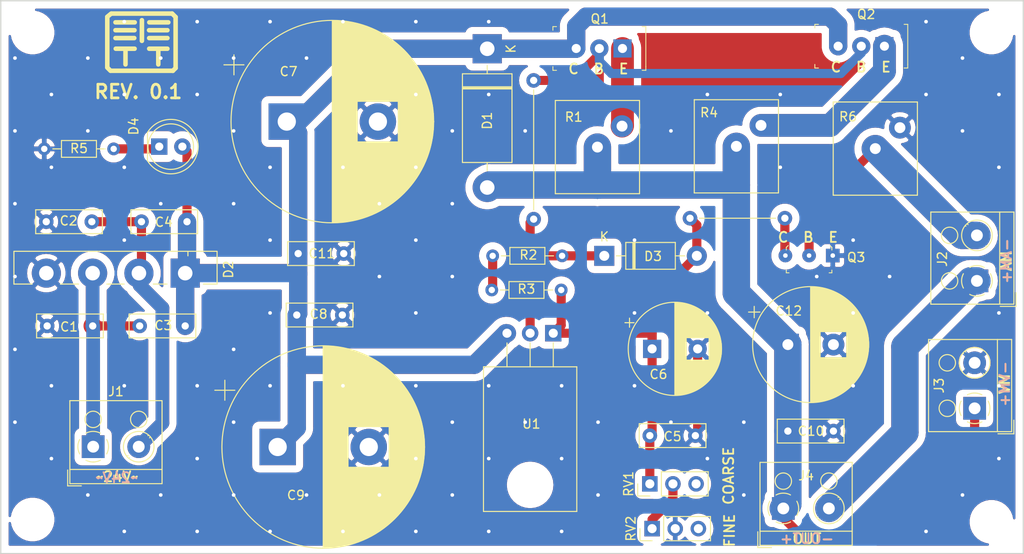
<source format=kicad_pcb>
(kicad_pcb (version 20171130) (host pcbnew 5.0.0-rc1-44a33f2~62~ubuntu16.04.1)
  (layers (0 F.Cu signal) (31 B.Cu signal) (34 B.Paste user) (35 F.Paste user) (36 B.SilkS user) (37 F.SilkS user) (38 B.Mask user) (39 F.Mask user) (44 Edge.Cuts user))
  (net 0 "")
  (net 1 GND)
  (net 2 "Net-(C1-Pad1)")
  (net 3 "Net-(C2-Pad2)")
  (net 4 /V_REG_IN)
  (net 5 "Net-(C5-Pad1)")
  (net 6 "Net-(C10-Pad1)")
  (net 7 "Net-(D3-Pad1)")
  (net 8 "Net-(D4-Pad1)")
  (net 9 "Net-(Q1-Pad1)")
  (net 10 "Net-(Q2-Pad1)")
  (net 11 "Net-(R2-Pad2)")
  (net 12 "Net-(RV1-Pad2)")
  (net 13 "Net-(J2-Pad1)")
  (net 14 "Net-(J2-Pad2)")
  (module Resistor_THT:R_Axial_DIN0207_L6.3mm_D2.5mm_P15.24mm_Horizontal (layer F.Cu) (at 178.4 90.4 180)
    (fp_text reference REF** hide)
    (fp_text value R_Axial_DIN0207_L6.3mm_D2.5mm_P15.24mm_Horizontal)
    (pad 1 thru_hole circle (at 4.826 0 180) (size 1.6 1.6) (drill 0.8) (layers *.Cu *.Mask) (net 5 "Net-(C5-Pad1)"))
    (pad 2 thru_hole oval (at 15.24 0 180) (size 1.6 1.6) (drill 0.8) (layers *.Cu *.Mask) (net 5 "Net-(C5-Pad1)"))
  )
  (module Resistor_THT:R_Axial_DIN0207_L6.3mm_D2.5mm_P15.24mm_Horizontal (layer F.Cu) (at 146 90.5 90)
    (fp_text reference REF** hide)
    (fp_text value R_Axial_DIN0207_L6.3mm_D2.5mm_P15.24mm_Horizontal)
    (pad 2 thru_hole oval (at 15.24 0 90) (size 1.6 1.6) (drill 0.8) (layers *.Cu *.Mask) (net 7 "Net-(D3-Pad1)"))
    (pad 1 thru_hole circle (at 0 0 90) (size 1.6 1.6) (drill 0.8) (layers *.Cu *.Mask) (net 7 "Net-(D3-Pad1)"))
  )
  (module Capacitor_THT:CP_Radial_D12.5mm_P5.00mm (layer F.Cu) (at 173.9025 104.2825)
    (fp_text reference C12 (at 0.1 -3.7) (layer F.SilkS))
    (fp_text value 1000u/50V)
    (pad 1 thru_hole rect (at 0 0) (size 2.4 2.4) (drill 1.2) (layers *.Cu *.Mask) (net 6 "Net-(C10-Pad1)"))
    (pad 2 thru_hole circle (at 5 0) (size 2.4 2.4) (drill 1.2) (layers *.Cu *.Mask) (net 1 GND))
  )
  (module digikey_footprints.pretty:TO-92-3_Formed_Leads (layer F.Cu) (at 177.5 94.5 180)
    (fp_text reference Q3 (at -3.9 -0.2 180) (layer F.SilkS))
    (fp_text value BC337)
    (pad 2 thru_hole circle (at 1.27 0 180) (size 1.5 1.5) (drill 0.5) (layers *.Cu *.Mask) (net 14 "Net-(J2-Pad2)"))
    (pad 3 thru_hole circle (at 3.87 0 180) (size 1.5 1.5) (drill 0.5) (layers *.Cu *.Mask) (net 5 "Net-(C5-Pad1)"))
    (pad 1 thru_hole rect (at -1.33 0 180) (size 1.5 1.5) (drill 0.5) (layers *.Cu *.Mask) (net 1 GND))
  )
  (module Capacitor_THT:CP_Radial_D22.0mm_P10.00mm_SnapIn (layer F.Cu) (at 118.9025 79.7825)
    (fp_text reference C7 (at 0.2 -5.5) (layer F.SilkS))
    (fp_text value 3300u/50V)
    (pad 2 thru_hole circle (at 10 0) (size 4 4) (drill 2) (layers *.Cu *.Mask) (net 1 GND))
    (pad 1 thru_hole rect (at 0 0) (size 4 4) (drill 2) (layers *.Cu *.Mask) (net 4 /V_REG_IN))
  )
  (module MountingHole:MountingHole_3.2mm_M3 (layer F.Cu) (at 196.25 123.75)
    (fp_text reference REF** hide)
    (fp_text value MountingHole_3.2mm_M3)
    (pad 1 np_thru_hole circle (at 0 0) (size 3.2 3.2) (drill 3.2) (layers *.Cu *.Mask))
  )
  (module MountingHole:MountingHole_3.2mm_M3 (layer F.Cu) (at 196.25 70)
    (fp_text reference REF** hide)
    (fp_text value MountingHole_3.2mm_M3)
    (pad 1 np_thru_hole circle (at 0 0) (size 3.2 3.2) (drill 3.2) (layers *.Cu *.Mask))
  )
  (module MountingHole:MountingHole_3.2mm_M3 (layer F.Cu) (at 91 70)
    (fp_text reference REF** hide)
    (fp_text value MountingHole_3.2mm_M3)
    (pad 1 np_thru_hole circle (at 0 0) (size 3.2 3.2) (drill 3.2) (layers *.Cu *.Mask))
  )
  (module Diode_THT:D_DO-41_SOD81_P10.16mm_Horizontal (layer F.Cu) (at 153.75 94.5325)
    (fp_text reference D3 (at 5.35 0.05) (layer F.SilkS))
    (fp_text value 1N4007)
    (fp_text user K (at 0 -2.1) (layer F.SilkS))
    (pad 2 thru_hole oval (at 10.16 0) (size 2.2 2.2) (drill 1.1) (layers *.Cu *.Mask) (net 5 "Net-(C5-Pad1)"))
    (pad 1 thru_hole rect (at 0 0) (size 2.2 2.2) (drill 1.1) (layers *.Cu *.Mask) (net 7 "Net-(D3-Pad1)"))
  )
  (module Capacitor_THT:C_Rect_L7.2mm_W2.5mm_P5.00mm_FKS2_FKP2_MKS2_MKP2 (layer F.Cu) (at 97.6025 102.2325 180)
    (fp_text reference C1 (at 2.6 -0.1 180) (layer F.SilkS))
    (fp_text value 0.1u/63V)
    (pad 2 thru_hole circle (at 5 0 180) (size 1.6 1.6) (drill 0.8) (layers *.Cu *.Mask) (net 1 GND))
    (pad 1 thru_hole circle (at 0 0 180) (size 1.6 1.6) (drill 0.8) (layers *.Cu *.Mask) (net 2 "Net-(C1-Pad1)"))
  )
  (module Capacitor_THT:C_Rect_L7.2mm_W2.5mm_P5.00mm_FKS2_FKP2_MKS2_MKP2 (layer F.Cu) (at 92.5025 90.7825)
    (fp_text reference C2 (at 2.45 -0.1) (layer F.SilkS))
    (fp_text value 0.1u/63V)
    (pad 1 thru_hole circle (at 0 0) (size 1.6 1.6) (drill 0.8) (layers *.Cu *.Mask) (net 1 GND))
    (pad 2 thru_hole circle (at 5 0) (size 1.6 1.6) (drill 0.8) (layers *.Cu *.Mask) (net 3 "Net-(C2-Pad2)"))
  )
  (module Capacitor_THT:C_Rect_L7.2mm_W2.5mm_P5.00mm_FKS2_FKP2_MKS2_MKP2 (layer F.Cu) (at 102.7525 102.2325)
    (fp_text reference C3 (at 2.6 -0.05) (layer F.SilkS))
    (fp_text value 0.1u/63V)
    (pad 1 thru_hole circle (at 0 0) (size 1.6 1.6) (drill 0.8) (layers *.Cu *.Mask) (net 2 "Net-(C1-Pad1)"))
    (pad 2 thru_hole circle (at 5 0) (size 1.6 1.6) (drill 0.8) (layers *.Cu *.Mask) (net 4 /V_REG_IN))
  )
  (module Capacitor_THT:C_Rect_L7.2mm_W2.5mm_P5.00mm_FKS2_FKP2_MKS2_MKP2 (layer F.Cu) (at 107.9525 90.7825 180)
    (fp_text reference C4 (at 2.55 -0.05 180) (layer F.SilkS))
    (fp_text value 0.1u/63V)
    (pad 2 thru_hole circle (at 5 0 180) (size 1.6 1.6) (drill 0.8) (layers *.Cu *.Mask) (net 3 "Net-(C2-Pad2)"))
    (pad 1 thru_hole circle (at 0 0 180) (size 1.6 1.6) (drill 0.8) (layers *.Cu *.Mask) (net 4 /V_REG_IN))
  )
  (module Capacitor_THT:C_Rect_L7.2mm_W2.5mm_P5.00mm_FKS2_FKP2_MKS2_MKP2 (layer F.Cu) (at 158.75 114.2825)
    (fp_text reference C5 (at 2.5 0.1) (layer F.SilkS))
    (fp_text value 0.1u/63V)
    (pad 1 thru_hole circle (at 0 0) (size 1.6 1.6) (drill 0.8) (layers *.Cu *.Mask) (net 5 "Net-(C5-Pad1)"))
    (pad 2 thru_hole circle (at 5 0) (size 1.6 1.6) (drill 0.8) (layers *.Cu *.Mask) (net 1 GND))
  )
  (module Capacitor_THT:CP_Radial_D10.0mm_P5.00mm (layer F.Cu) (at 159 104.75)
    (fp_text reference C6 (at 0.7 2.8) (layer F.SilkS))
    (fp_text value 150u/50V)
    (pad 1 thru_hole rect (at 0 0) (size 2 2) (drill 1) (layers *.Cu *.Mask) (net 5 "Net-(C5-Pad1)"))
    (pad 2 thru_hole circle (at 5 0) (size 2 2) (drill 1) (layers *.Cu *.Mask) (net 1 GND))
  )
  (module Capacitor_THT:C_Rect_L7.2mm_W2.5mm_P5.00mm_FKS2_FKP2_MKS2_MKP2 (layer F.Cu) (at 120 101.0325)
    (fp_text reference C8 (at 2.4 -0.1) (layer F.SilkS))
    (fp_text value 0.1u/63V)
    (pad 2 thru_hole circle (at 5 0) (size 1.6 1.6) (drill 0.8) (layers *.Cu *.Mask) (net 1 GND))
    (pad 1 thru_hole circle (at 0 0) (size 1.6 1.6) (drill 0.8) (layers *.Cu *.Mask) (net 4 /V_REG_IN))
  )
  (module Capacitor_THT:CP_Radial_D22.0mm_P10.00mm_SnapIn (layer F.Cu) (at 117.9025 115.5325)
    (fp_text reference C9 (at 2 5.3) (layer F.SilkS))
    (fp_text value 3300u/50V)
    (pad 1 thru_hole rect (at 0 0) (size 4 4) (drill 2) (layers *.Cu *.Mask) (net 4 /V_REG_IN))
    (pad 2 thru_hole circle (at 10 0) (size 4 4) (drill 2) (layers *.Cu *.Mask) (net 1 GND))
  )
  (module Capacitor_THT:C_Rect_L7.2mm_W2.5mm_P5.00mm_FKS2_FKP2_MKS2_MKP2 (layer F.Cu) (at 173.9025 113.7825)
    (fp_text reference C10 (at 2.534999 0.0025) (layer F.SilkS))
    (fp_text value 0.1u/63V)
    (pad 2 thru_hole circle (at 5 0) (size 1.6 1.6) (drill 0.8) (layers *.Cu *.Mask) (net 1 GND))
    (pad 1 thru_hole circle (at 0 0) (size 1.6 1.6) (drill 0.8) (layers *.Cu *.Mask) (net 6 "Net-(C10-Pad1)"))
  )
  (module Capacitor_THT:C_Rect_L7.2mm_W2.5mm_P5.00mm_FKS2_FKP2_MKS2_MKP2 (layer F.Cu) (at 120.1525 94.2825)
    (fp_text reference C11 (at 2.6 0) (layer F.SilkS))
    (fp_text value 0.1u/63V)
    (pad 1 thru_hole circle (at 0 0) (size 1.6 1.6) (drill 0.8) (layers *.Cu *.Mask) (net 4 /V_REG_IN))
    (pad 2 thru_hole circle (at 5 0) (size 1.6 1.6) (drill 0.8) (layers *.Cu *.Mask) (net 1 GND))
  )
  (module Diode_THT:D_DO-201AD_P15.24mm_Horizontal (layer F.Cu) (at 140.9025 71.7825 270)
    (fp_text reference D1 (at 7.9 0 270) (layer F.SilkS))
    (fp_text value MUR420)
    (fp_text user K (at 0 -2.6 270) (layer F.SilkS))
    (pad 1 thru_hole rect (at 0 0 270) (size 3.2 3.2) (drill 1.6) (layers *.Cu *.Mask) (net 4 /V_REG_IN))
    (pad 2 thru_hole oval (at 15.24 0 270) (size 3.2 3.2) (drill 1.6) (layers *.Cu *.Mask) (net 6 "Net-(C10-Pad1)"))
  )
  (module Diode_THT:Diode_Bridge_Vishay_GBU (layer F.Cu) (at 107.7525 96.4325 180)
    (fp_text reference D2 (at -4.7475 0.4 90) (layer F.SilkS))
    (fp_text value GBU8M)
    (pad 4 thru_hole circle (at 15.24 0 180) (size 3.2 3.2) (drill 1.6) (layers *.Cu *.Mask) (net 1 GND))
    (pad 3 thru_hole circle (at 10.16 0 180) (size 3.2 3.2) (drill 1.6) (layers *.Cu *.Mask) (net 2 "Net-(C1-Pad1)"))
    (pad 2 thru_hole circle (at 5.08 0 180) (size 3.2 3.2) (drill 1.6) (layers *.Cu *.Mask) (net 3 "Net-(C2-Pad2)"))
    (pad 1 thru_hole rect (at 0 0 180) (size 3.2 3.2) (drill 1.6) (layers *.Cu *.Mask) (net 4 /V_REG_IN))
  )
  (module LED_THT:LED_D5.0mm (layer F.Cu) (at 104.9025 82.5325)
    (fp_text reference D4 (at -2.8025 -2.2325 270) (layer F.SilkS))
    (fp_text value PWR_LED)
    (pad 1 thru_hole rect (at 0 0) (size 1.8 1.8) (drill 0.9) (layers *.Cu *.Mask) (net 8 "Net-(D4-Pad1)"))
    (pad 2 thru_hole circle (at 2.54 0) (size 1.8 1.8) (drill 0.9) (layers *.Cu *.Mask) (net 4 /V_REG_IN))
  )
  (module TerminalBlock_RND:TerminalBlock_RND_205-00001_1x02_P5.00mm_Horizontal (layer F.Cu) (at 97.6525 115.5)
    (fp_text reference J1 (at 2.5 -6.06) (layer F.SilkS))
    (fp_text value "TR(24Vac)")
    (pad 2 thru_hole circle (at 5 0) (size 2.5 2.5) (drill 1.3) (layers *.Cu *.Mask) (net 3 "Net-(C2-Pad2)"))
    (pad 1 thru_hole rect (at 0 0) (size 2.5 2.5) (drill 1.3) (layers *.Cu *.Mask) (net 2 "Net-(C1-Pad1)"))
  )
  (module TerminalBlock_RND:TerminalBlock_RND_205-00001_1x02_P5.00mm_Horizontal (layer F.Cu) (at 194.6525 97.2825 90)
    (fp_text reference J2 (at 2.4 -3.8 90) (layer F.SilkS))
    (fp_text value AMP_MEAS)
    (pad 1 thru_hole rect (at 0 0 90) (size 2.5 2.5) (drill 1.3) (layers *.Cu *.Mask) (net 13 "Net-(J2-Pad1)"))
    (pad 2 thru_hole circle (at 5 0 90) (size 2.5 2.5) (drill 1.3) (layers *.Cu *.Mask) (net 14 "Net-(J2-Pad2)"))
  )
  (module TerminalBlock_RND:TerminalBlock_RND_205-00001_1x02_P5.00mm_Horizontal (layer F.Cu) (at 194.4025 111.2825 90)
    (fp_text reference J3 (at 2.5 -3.9 90) (layer F.SilkS))
    (fp_text value VOLT_MEAS)
    (pad 1 thru_hole rect (at 0 0 90) (size 2.5 2.5) (drill 1.3) (layers *.Cu *.Mask) (net 6 "Net-(C10-Pad1)"))
    (pad 2 thru_hole circle (at 5 0 90) (size 2.5 2.5) (drill 1.3) (layers *.Cu *.Mask) (net 1 GND))
  )
  (module TerminalBlock_RND:TerminalBlock_RND_205-00001_1x02_P5.00mm_Horizontal (layer F.Cu) (at 173.4025 122.2825)
    (fp_text reference J4 (at 2.5 -3.6) (layer F.SilkS))
    (fp_text value V_REG_OUT)
    (pad 2 thru_hole circle (at 5 0) (size 2.5 2.5) (drill 1.3) (layers *.Cu *.Mask) (net 13 "Net-(J2-Pad1)"))
    (pad 1 thru_hole rect (at 0 0) (size 2.5 2.5) (drill 1.3) (layers *.Cu *.Mask) (net 6 "Net-(C10-Pad1)"))
  )
  (module digikey_footprints.pretty:TO-220-3 (layer F.Cu) (at 155.75 71.75 180)
    (fp_text reference Q1 (at 2.5 3.25 180) (layer F.SilkS))
    (fp_text value TIP41C)
    (pad 1 thru_hole rect (at 0 0 180) (size 2 2) (drill 1) (layers *.Cu *.Mask) (net 9 "Net-(Q1-Pad1)"))
    (pad 2 thru_hole circle (at 2.54 0 180) (size 2 2) (drill 1) (layers *.Cu *.Mask) (net 7 "Net-(D3-Pad1)"))
    (pad 3 thru_hole circle (at 5.08 0 180) (size 2 2) (drill 1) (layers *.Cu *.Mask) (net 4 /V_REG_IN))
  )
  (module digikey_footprints.pretty:TO-220-3 (layer F.Cu) (at 184.5 71.5 180)
    (fp_text reference Q2 (at 2 3.5 180) (layer F.SilkS))
    (fp_text value TIP41C)
    (pad 3 thru_hole circle (at 5.08 0 180) (size 2 2) (drill 1) (layers *.Cu *.Mask) (net 4 /V_REG_IN))
    (pad 2 thru_hole circle (at 2.54 0 180) (size 2 2) (drill 1) (layers *.Cu *.Mask) (net 7 "Net-(D3-Pad1)"))
    (pad 1 thru_hole rect (at 0 0 180) (size 2 2) (drill 1) (layers *.Cu *.Mask) (net 10 "Net-(Q2-Pad1)"))
  )
  (module Resistor_THT:R_Radial_Power_L9.0mm_W10.0mm_Px2.70mm_Py2.30mm (layer F.Cu) (at 153 82.5825)
    (fp_text reference R1 (at -2.6 -3.3) (layer F.SilkS))
    (fp_text value 0.12/5W)
    (pad 2 thru_hole circle (at 2.7 -2.3) (size 2.4 2.4) (drill 1.2) (layers *.Cu *.Mask) (net 9 "Net-(Q1-Pad1)"))
    (pad 1 thru_hole circle (at 0 0) (size 2.4 2.4) (drill 1.2) (layers *.Cu *.Mask) (net 6 "Net-(C10-Pad1)"))
  )
  (module Resistor_THT:R_Axial_DIN0204_L3.6mm_D1.6mm_P7.62mm_Horizontal (layer F.Cu) (at 149.12 94.5325 180)
    (fp_text reference R2 (at 3.7 0.1 180) (layer F.SilkS))
    (fp_text value 120)
    (pad 1 thru_hole circle (at 0 0 180) (size 1.4 1.4) (drill 0.7) (layers *.Cu *.Mask) (net 7 "Net-(D3-Pad1)"))
    (pad 2 thru_hole oval (at 7.62 0 180) (size 1.4 1.4) (drill 0.7) (layers *.Cu *.Mask) (net 11 "Net-(R2-Pad2)"))
  )
  (module Resistor_THT:R_Axial_DIN0204_L3.6mm_D1.6mm_P7.62mm_Horizontal (layer F.Cu) (at 141.4025 98.2825)
    (fp_text reference R3 (at 3.8 -0.1) (layer F.SilkS))
    (fp_text value 120)
    (pad 1 thru_hole circle (at 0 0) (size 1.4 1.4) (drill 0.7) (layers *.Cu *.Mask) (net 11 "Net-(R2-Pad2)"))
    (pad 2 thru_hole oval (at 7.62 0) (size 1.4 1.4) (drill 0.7) (layers *.Cu *.Mask) (net 5 "Net-(C5-Pad1)"))
  )
  (module Resistor_THT:R_Radial_Power_L9.0mm_W10.0mm_Px2.70mm_Py2.30mm (layer F.Cu) (at 168.25 82.5)
    (fp_text reference R4 (at -3 -3.7) (layer F.SilkS))
    (fp_text value 0.12/5W)
    (pad 1 thru_hole circle (at 0 0) (size 2.4 2.4) (drill 1.2) (layers *.Cu *.Mask) (net 6 "Net-(C10-Pad1)"))
    (pad 2 thru_hole circle (at 2.7 -2.3) (size 2.4 2.4) (drill 1.2) (layers *.Cu *.Mask) (net 10 "Net-(Q2-Pad1)"))
  )
  (module Resistor_THT:R_Axial_DIN0204_L3.6mm_D1.6mm_P7.62mm_Horizontal (layer F.Cu) (at 99.9025 82.7825 180)
    (fp_text reference R5 (at 3.81 0.05 180) (layer F.SilkS))
    (fp_text value 6K8)
    (pad 2 thru_hole oval (at 7.62 0 180) (size 1.4 1.4) (drill 0.7) (layers *.Cu *.Mask) (net 1 GND))
    (pad 1 thru_hole circle (at 0 0 180) (size 1.4 1.4) (drill 0.7) (layers *.Cu *.Mask) (net 8 "Net-(D4-Pad1)"))
  )
  (module Connector_PinHeader_2.54mm:PinHeader_1x03_P2.54mm_Vertical (layer F.Cu) (at 158.75 119.5825 90)
    (fp_text reference RV1 (at 0 -2.33 90) (layer F.SilkS))
    (fp_text value 5K)
    (pad 1 thru_hole rect (at 0 0 90) (size 1.7 1.7) (drill 1) (layers *.Cu *.Mask) (net 5 "Net-(C5-Pad1)"))
    (pad 2 thru_hole oval (at 0 2.54 90) (size 1.7 1.7) (drill 1) (layers *.Cu *.Mask) (net 12 "Net-(RV1-Pad2)"))
    (pad 3 thru_hole oval (at 0 5.08 90) (size 1.7 1.7) (drill 1) (layers *.Cu *.Mask))
  )
  (module Connector_PinHeader_2.54mm:PinHeader_1x03_P2.54mm_Vertical (layer F.Cu) (at 159 124.5 90)
    (fp_text reference RV2 (at 0 -2.33 90) (layer F.SilkS))
    (fp_text value 500)
    (pad 3 thru_hole oval (at 0 5.08 90) (size 1.7 1.7) (drill 1) (layers *.Cu *.Mask))
    (pad 2 thru_hole oval (at 0 2.54 90) (size 1.7 1.7) (drill 1) (layers *.Cu *.Mask) (net 1 GND))
    (pad 1 thru_hole rect (at 0 0 90) (size 1.7 1.7) (drill 1) (layers *.Cu *.Mask) (net 12 "Net-(RV1-Pad2)"))
  )
  (module Package_TO_SOT_THT:TO-220-3_Horizontal (layer F.Cu) (at 148.1525 103.0325 180)
    (fp_text reference U1 (at 2.4025 -9.9675 180) (layer F.SilkS))
    (fp_text value LM317)
    (pad 0 np_thru_hole oval (at 2.54 -16.66 180) (size 3.5 3.5) (drill 3.5) (layers *.Cu *.Mask))
    (pad 1 thru_hole rect (at 0 0 180) (size 1.8 1.8) (drill 1) (layers *.Cu *.Mask) (net 5 "Net-(C5-Pad1)"))
    (pad 2 thru_hole oval (at 2.54 0 180) (size 1.8 1.8) (drill 1) (layers *.Cu *.Mask) (net 7 "Net-(D3-Pad1)"))
    (pad 3 thru_hole oval (at 5.08 0 180) (size 1.8 1.8) (drill 1) (layers *.Cu *.Mask) (net 4 /V_REG_IN))
  )
  (module Resistor_THT:R_Radial_Power_L9.0mm_W10.0mm_Px2.70mm_Py2.30mm (layer F.Cu) (at 183.5 82.75)
    (fp_text reference R6 (at -3 -3.5) (layer F.SilkS))
    (fp_text value 0.12/5W)
    (pad 1 thru_hole circle (at 0 0) (size 2.4 2.4) (drill 1.2) (layers *.Cu *.Mask) (net 14 "Net-(J2-Pad2)"))
    (pad 2 thru_hole circle (at 2.7 -2.3) (size 2.4 2.4) (drill 1.2) (layers *.Cu *.Mask) (net 1 GND))
  )
  (module MountingHole:MountingHole_3.2mm_M3 (layer F.Cu) (at 91 123.5)
    (fp_text reference REF** hide)
    (fp_text value MountingHole_3.2mm_M3)
    (pad 1 np_thru_hole circle (at 0 0) (size 3.2 3.2) (drill 3.2) (layers *.Cu *.Mask))
  )
  (module myfootprints.pretty:my_logo (layer F.Cu) (at 103 71.7)
    (fp_text reference REF** hide)
    (fp_text value my_logo hide)
  )
  (gr_text "C  B  E" (at 176.1 92.5) (layer F.SilkS) (effects (font (size 1.1 1.1) (thickness 0.2))))
  (gr_text "C  B  E" (at 181.9 73.8) (layer F.SilkS) (effects (font (size 1.1 1.1) (thickness 0.2))))
  (gr_text "C  B  E" (at 153.1 74) (layer F.SilkS) (effects (font (size 1.1 1.1) (thickness 0.2))))
  (gr_text "REV. 0.1" (at 102.6 76.5) (layer F.SilkS) (effects (font (size 1.5 1.5) (thickness 0.3))))
  (gr_text COARSE (at 167.4 118.7 90) (layer F.SilkS) (effects (font (size 1.1 1.1) (thickness 0.2))))
  (gr_text FINE (at 167.5 124.7 90) (layer F.SilkS) (effects (font (size 1.1 1.1) (thickness 0.2))))
  (gr_text -VM+ (at 197.7 108.6 90) (layer B.SilkS) (effects (font (size 1.1 1.1) (thickness 0.2)) (justify mirror)))
  (gr_text +VM- (at 197.7 108.6 90) (layer F.SilkS) (effects (font (size 1.1 1.1) (thickness 0.2))))
  (gr_text +AM- (at 197.9 95.1 90) (layer F.SilkS) (effects (font (size 1.1 1.1) (thickness 0.2))))
  (gr_text -AM+ (at 197.9 95.1 90) (layer B.SilkS) (effects (font (size 1.1 1.1) (thickness 0.2)) (justify mirror)))
  (gr_text ~~24V~~ (at 100.3 118.8) (layer F.SilkS) (effects (font (size 1.1 1.1) (thickness 0.2))))
  (gr_text ~~24V~~ (at 100.2 118.9) (layer B.SilkS) (effects (font (size 1.1 1.1) (thickness 0.2)) (justify mirror)))
  (gr_text -OUT+ (at 176 125.6) (layer B.SilkS) (effects (font (size 1.1 1.1) (thickness 0.2)) (justify mirror)))
  (gr_text +OUT- (at 176 125.6) (layer F.SilkS) (effects (font (size 1.1 1.1) (thickness 0.2))))
  (gr_line (start 87.5 127.25) (end 87.5 66.5) (layer Edge.Cuts) (width 0.15))
  (gr_line (start 199.75 127.25) (end 87.5 127.25) (layer Edge.Cuts) (width 0.15))
  (gr_line (start 199.75 66.5) (end 199.75 127.25) (layer Edge.Cuts) (width 0.15))
  (gr_line (start 87.5 66.5) (end 199.75 66.5) (layer Edge.Cuts) (width 0.15))
  (via (at 189.067857 124.805) (size 0.6) (drill 0.4) (layers F.Cu B.Cu) (net 1))
  (via (at 149.067857 124.805) (size 0.6) (drill 0.4) (layers F.Cu B.Cu) (net 1))
  (via (at 141.067857 124.805) (size 0.6) (drill 0.4) (layers F.Cu B.Cu) (net 1))
  (via (at 133.067857 124.805) (size 0.6) (drill 0.4) (layers F.Cu B.Cu) (net 1))
  (via (at 125.067857 124.805) (size 0.6) (drill 0.4) (layers F.Cu B.Cu) (net 1))
  (via (at 117.067857 124.805) (size 0.6) (drill 0.4) (layers F.Cu B.Cu) (net 1))
  (via (at 109.067857 124.805) (size 0.6) (drill 0.4) (layers F.Cu B.Cu) (net 1))
  (via (at 101.067857 124.805) (size 0.6) (drill 0.4) (layers F.Cu B.Cu) (net 1))
  (via (at 193.067857 120.805) (size 0.6) (drill 0.4) (layers F.Cu B.Cu) (net 1))
  (via (at 169.067857 120.805) (size 0.6) (drill 0.4) (layers F.Cu B.Cu) (net 1))
  (via (at 153.067857 120.805) (size 0.6) (drill 0.4) (layers F.Cu B.Cu) (net 1))
  (via (at 137.067857 120.805) (size 0.6) (drill 0.4) (layers F.Cu B.Cu) (net 1))
  (via (at 129.067857 120.805) (size 0.6) (drill 0.4) (layers F.Cu B.Cu) (net 1))
  (via (at 121.067857 120.805) (size 0.6) (drill 0.4) (layers F.Cu B.Cu) (net 1))
  (via (at 113.067857 120.805) (size 0.6) (drill 0.4) (layers F.Cu B.Cu) (net 1))
  (via (at 105.067857 120.805) (size 0.6) (drill 0.4) (layers F.Cu B.Cu) (net 1))
  (via (at 97.067857 120.805) (size 0.6) (drill 0.4) (layers F.Cu B.Cu) (net 1))
  (via (at 197.067857 116.805) (size 0.6) (drill 0.4) (layers F.Cu B.Cu) (net 1))
  (via (at 165.067857 116.805) (size 0.6) (drill 0.4) (layers F.Cu B.Cu) (net 1))
  (via (at 149.067857 116.805) (size 0.6) (drill 0.4) (layers F.Cu B.Cu) (net 1))
  (via (at 141.067857 116.805) (size 0.6) (drill 0.4) (layers F.Cu B.Cu) (net 1))
  (via (at 133.067857 116.805) (size 0.6) (drill 0.4) (layers F.Cu B.Cu) (net 1))
  (via (at 109.067857 116.805) (size 0.6) (drill 0.4) (layers F.Cu B.Cu) (net 1))
  (via (at 93.067857 116.805) (size 0.6) (drill 0.4) (layers F.Cu B.Cu) (net 1))
  (via (at 169.067857 112.805) (size 0.6) (drill 0.4) (layers F.Cu B.Cu) (net 1))
  (via (at 161.067857 112.805) (size 0.6) (drill 0.4) (layers F.Cu B.Cu) (net 1))
  (via (at 153.067857 112.805) (size 0.6) (drill 0.4) (layers F.Cu B.Cu) (net 1))
  (via (at 145.067857 112.805) (size 0.6) (drill 0.4) (layers F.Cu B.Cu) (net 1))
  (via (at 137.067857 112.805) (size 0.6) (drill 0.4) (layers F.Cu B.Cu) (net 1))
  (via (at 113.067857 112.805) (size 0.6) (drill 0.4) (layers F.Cu B.Cu) (net 1))
  (via (at 89.067857 112.805) (size 0.6) (drill 0.4) (layers F.Cu B.Cu) (net 1))
  (via (at 197.067857 108.805) (size 0.6) (drill 0.4) (layers F.Cu B.Cu) (net 1))
  (via (at 181.067857 108.805) (size 0.6) (drill 0.4) (layers F.Cu B.Cu) (net 1))
  (via (at 157.067857 108.805) (size 0.6) (drill 0.4) (layers F.Cu B.Cu) (net 1))
  (via (at 149.067857 108.805) (size 0.6) (drill 0.4) (layers F.Cu B.Cu) (net 1))
  (via (at 141.067857 108.805) (size 0.6) (drill 0.4) (layers F.Cu B.Cu) (net 1))
  (via (at 133.067857 108.805) (size 0.6) (drill 0.4) (layers F.Cu B.Cu) (net 1))
  (via (at 125.067857 108.805) (size 0.6) (drill 0.4) (layers F.Cu B.Cu) (net 1))
  (via (at 117.067857 108.805) (size 0.6) (drill 0.4) (layers F.Cu B.Cu) (net 1))
  (via (at 109.067857 108.805) (size 0.6) (drill 0.4) (layers F.Cu B.Cu) (net 1))
  (via (at 101.067857 108.805) (size 0.6) (drill 0.4) (layers F.Cu B.Cu) (net 1))
  (via (at 93.067857 108.805) (size 0.6) (drill 0.4) (layers F.Cu B.Cu) (net 1))
  (via (at 113.067857 104.805) (size 0.6) (drill 0.4) (layers F.Cu B.Cu) (net 1))
  (via (at 89.067857 104.805) (size 0.6) (drill 0.4) (layers F.Cu B.Cu) (net 1))
  (via (at 197.067857 100.805) (size 0.6) (drill 0.4) (layers F.Cu B.Cu) (net 1))
  (via (at 181.067857 100.805) (size 0.6) (drill 0.4) (layers F.Cu B.Cu) (net 1))
  (via (at 165.067857 100.805) (size 0.6) (drill 0.4) (layers F.Cu B.Cu) (net 1))
  (via (at 157.067857 100.805) (size 0.6) (drill 0.4) (layers F.Cu B.Cu) (net 1))
  (via (at 133.067857 100.805) (size 0.6) (drill 0.4) (layers F.Cu B.Cu) (net 1))
  (via (at 117.067857 100.805) (size 0.6) (drill 0.4) (layers F.Cu B.Cu) (net 1))
  (via (at 185.067857 96.805) (size 0.6) (drill 0.4) (layers F.Cu B.Cu) (net 1))
  (via (at 177.067857 96.805) (size 0.6) (drill 0.4) (layers F.Cu B.Cu) (net 1))
  (via (at 137.067857 96.805) (size 0.6) (drill 0.4) (layers F.Cu B.Cu) (net 1))
  (via (at 129.067857 96.805) (size 0.6) (drill 0.4) (layers F.Cu B.Cu) (net 1))
  (via (at 89.067857 96.805) (size 0.6) (drill 0.4) (layers F.Cu B.Cu) (net 1))
  (via (at 181.067857 92.805) (size 0.6) (drill 0.4) (layers F.Cu B.Cu) (net 1))
  (via (at 157.067857 92.805) (size 0.6) (drill 0.4) (layers F.Cu B.Cu) (net 1))
  (via (at 133.067857 92.805) (size 0.6) (drill 0.4) (layers F.Cu B.Cu) (net 1))
  (via (at 117.067857 92.805) (size 0.6) (drill 0.4) (layers F.Cu B.Cu) (net 1))
  (via (at 101.067857 92.805) (size 0.6) (drill 0.4) (layers F.Cu B.Cu) (net 1))
  (via (at 137.067857 88.805) (size 0.6) (drill 0.4) (layers F.Cu B.Cu) (net 1))
  (via (at 129.067857 88.805) (size 0.6) (drill 0.4) (layers F.Cu B.Cu) (net 1))
  (via (at 113.067857 88.805) (size 0.6) (drill 0.4) (layers F.Cu B.Cu) (net 1))
  (via (at 105.067857 88.805) (size 0.6) (drill 0.4) (layers F.Cu B.Cu) (net 1))
  (via (at 89.067857 88.805) (size 0.6) (drill 0.4) (layers F.Cu B.Cu) (net 1))
  (via (at 197.067857 84.805) (size 0.6) (drill 0.4) (layers F.Cu B.Cu) (net 1))
  (via (at 173.067857 84.805) (size 0.6) (drill 0.4) (layers F.Cu B.Cu) (net 1))
  (via (at 133.067857 84.805) (size 0.6) (drill 0.4) (layers F.Cu B.Cu) (net 1))
  (via (at 125.067857 84.805) (size 0.6) (drill 0.4) (layers F.Cu B.Cu) (net 1))
  (via (at 117.067857 84.805) (size 0.6) (drill 0.4) (layers F.Cu B.Cu) (net 1))
  (via (at 101.067857 84.805) (size 0.6) (drill 0.4) (layers F.Cu B.Cu) (net 1))
  (via (at 93.067857 84.805) (size 0.6) (drill 0.4) (layers F.Cu B.Cu) (net 1))
  (via (at 193.067857 80.805) (size 0.6) (drill 0.4) (layers F.Cu B.Cu) (net 1))
  (via (at 161.067857 80.805) (size 0.6) (drill 0.4) (layers F.Cu B.Cu) (net 1))
  (via (at 145.067857 80.805) (size 0.6) (drill 0.4) (layers F.Cu B.Cu) (net 1))
  (via (at 137.067857 80.805) (size 0.6) (drill 0.4) (layers F.Cu B.Cu) (net 1))
  (via (at 113.067857 80.805) (size 0.6) (drill 0.4) (layers F.Cu B.Cu) (net 1))
  (via (at 97.067857 80.805) (size 0.6) (drill 0.4) (layers F.Cu B.Cu) (net 1))
  (via (at 89.067857 80.805) (size 0.6) (drill 0.4) (layers F.Cu B.Cu) (net 1))
  (via (at 197.067857 76.805) (size 0.6) (drill 0.4) (layers F.Cu B.Cu) (net 1))
  (via (at 189.067857 76.805) (size 0.6) (drill 0.4) (layers F.Cu B.Cu) (net 1))
  (via (at 173.067857 76.805) (size 0.6) (drill 0.4) (layers F.Cu B.Cu) (net 1))
  (via (at 165.067857 76.805) (size 0.6) (drill 0.4) (layers F.Cu B.Cu) (net 1))
  (via (at 141.067857 76.805) (size 0.6) (drill 0.4) (layers F.Cu B.Cu) (net 1))
  (via (at 133.067857 76.805) (size 0.6) (drill 0.4) (layers F.Cu B.Cu) (net 1))
  (via (at 109.067857 76.805) (size 0.6) (drill 0.4) (layers F.Cu B.Cu) (net 1))
  (via (at 101.067857 76.805) (size 0.6) (drill 0.4) (layers F.Cu B.Cu) (net 1))
  (via (at 93.067857 76.805) (size 0.6) (drill 0.4) (layers F.Cu B.Cu) (net 1))
  (via (at 193.067857 72.805) (size 0.6) (drill 0.4) (layers F.Cu B.Cu) (net 1))
  (via (at 121.067857 72.805) (size 0.6) (drill 0.4) (layers F.Cu B.Cu) (net 1))
  (via (at 113.067857 72.805) (size 0.6) (drill 0.4) (layers F.Cu B.Cu) (net 1))
  (via (at 105.067857 72.805) (size 0.6) (drill 0.4) (layers F.Cu B.Cu) (net 1))
  (via (at 97.067857 72.805) (size 0.6) (drill 0.4) (layers F.Cu B.Cu) (net 1))
  (via (at 89.067857 72.805) (size 0.6) (drill 0.4) (layers F.Cu B.Cu) (net 1))
  (via (at 189.067857 68.805) (size 0.6) (drill 0.4) (layers F.Cu B.Cu) (net 1))
  (via (at 141.067857 68.805) (size 0.6) (drill 0.4) (layers F.Cu B.Cu) (net 1))
  (via (at 133.067857 68.805) (size 0.6) (drill 0.4) (layers F.Cu B.Cu) (net 1))
  (via (at 125.067857 68.805) (size 0.6) (drill 0.4) (layers F.Cu B.Cu) (net 1))
  (via (at 117.067857 68.805) (size 0.6) (drill 0.4) (layers F.Cu B.Cu) (net 1))
  (via (at 109.067857 68.805) (size 0.6) (drill 0.4) (layers F.Cu B.Cu) (net 1))
  (via (at 101.067857 68.805) (size 0.6) (drill 0.4) (layers F.Cu B.Cu) (net 1))
  (segment (start 164 104.75) (end 164 114.0325) (width 1) (layer F.Cu) (net 1))
  (segment (start 164 114.0325) (end 163.75 114.2825) (width 1) (layer F.Cu) (net 1))
  (segment (start 97.5925 96.4325) (end 97.5925 102.2225) (width 1.5) (layer B.Cu) (net 2))
  (segment (start 97.6525 102.2825) (end 97.6025 102.2325) (width 1.5) (layer B.Cu) (net 2))
  (segment (start 97.6525 115.5) (end 97.6525 102.2825) (width 1.5) (layer B.Cu) (net 2))
  (segment (start 97.5925 96.4325) (end 97.5925 102.2225) (width 1.5) (layer F.Cu) (net 2))
  (segment (start 97.5925 102.2225) (end 97.6025 102.2325) (width 2) (layer F.Cu) (net 2))
  (segment (start 102.7525 102.2325) (end 97.6025 102.2325) (width 1) (layer F.Cu) (net 2))
  (segment (start 97.6525 115.5) (end 97.6525 102.2825) (width 1.5) (layer F.Cu) (net 2))
  (segment (start 97.6525 102.2825) (end 97.6025 102.2325) (width 1.5) (layer F.Cu) (net 2))
  (segment (start 102.75 96.51) (end 102.6725 96.4325) (width 1.5) (layer B.Cu) (net 3))
  (segment (start 102.6525 115.5) (end 105.25 112.9025) (width 1.5) (layer B.Cu) (net 3))
  (segment (start 105.25 100.25) (end 102.75 97.75) (width 1.5) (layer B.Cu) (net 3))
  (segment (start 102.75 97.75) (end 102.75 96.51) (width 1.5) (layer B.Cu) (net 3))
  (segment (start 105.25 112.9025) (end 105.25 100.25) (width 1.5) (layer B.Cu) (net 3))
  (segment (start 102.75 97.75) (end 102.75 96.51) (width 1.5) (layer F.Cu) (net 3))
  (segment (start 102.75 96.51) (end 102.6725 96.4325) (width 1.5) (layer F.Cu) (net 3))
  (segment (start 102.6525 115.5) (end 105.25 112.9025) (width 1.5) (layer F.Cu) (net 3))
  (segment (start 105.25 112.9025) (end 105.25 100.25) (width 1.5) (layer F.Cu) (net 3))
  (segment (start 105.25 100.25) (end 102.75 97.75) (width 1.5) (layer F.Cu) (net 3))
  (segment (start 97.5025 90.7825) (end 102.9525 90.7825) (width 1) (layer F.Cu) (net 3))
  (segment (start 102.9525 90.7825) (end 102.9525 96.1525) (width 1) (layer F.Cu) (net 3))
  (segment (start 102.9525 96.1525) (end 102.6725 96.4325) (width 1) (layer F.Cu) (net 3))
  (segment (start 140.9025 71.7825) (end 128.2175 71.7825) (width 2) (layer B.Cu) (net 4))
  (segment (start 128.2175 71.7825) (end 120.2175 79.7825) (width 2) (layer B.Cu) (net 4))
  (segment (start 120.2175 79.7825) (end 118.9025 79.7825) (width 2) (layer B.Cu) (net 4))
  (segment (start 140.9025 71.7825) (end 128.2175 71.7825) (width 2) (layer F.Cu) (net 4))
  (segment (start 120.2175 79.7825) (end 118.9025 79.7825) (width 2) (layer F.Cu) (net 4))
  (segment (start 128.2175 71.7825) (end 120.2175 79.7825) (width 2) (layer F.Cu) (net 4))
  (segment (start 143.0725 103.0325) (end 142.9675 103.0325) (width 2) (layer B.Cu) (net 4))
  (segment (start 142.9675 103.0325) (end 139.5 106.5) (width 2) (layer B.Cu) (net 4))
  (segment (start 139.5 106.5) (end 120 106.5) (width 2) (layer B.Cu) (net 4))
  (segment (start 143.0725 103.0325) (end 142.9675 103.0325) (width 2) (layer F.Cu) (net 4))
  (segment (start 142.9675 103.0325) (end 139.5 106.5) (width 2) (layer F.Cu) (net 4))
  (segment (start 139.5 106.5) (end 120 106.5) (width 2) (layer F.Cu) (net 4))
  (segment (start 107.9525 90.7825) (end 107.9525 83.0425) (width 1) (layer F.Cu) (net 4))
  (segment (start 107.9525 83.0425) (end 107.4425 82.5325) (width 1) (layer F.Cu) (net 4))
  (segment (start 120.085 96.4325) (end 120.1525 96.5) (width 2) (layer B.Cu) (net 4))
  (segment (start 107.7525 96.4325) (end 120.085 96.4325) (width 2) (layer B.Cu) (net 4))
  (segment (start 107.7525 96.4325) (end 120.085 96.4325) (width 2) (layer F.Cu) (net 4))
  (segment (start 120.085 96.4325) (end 120.1525 96.5) (width 2) (layer F.Cu) (net 4))
  (segment (start 120.1525 96.5) (end 120.1525 100.88) (width 2) (layer F.Cu) (net 4))
  (segment (start 120.1525 94.2825) (end 120.1525 96.5) (width 2) (layer F.Cu) (net 4))
  (segment (start 151.75 68.25) (end 150.67 69.33) (width 2) (layer B.Cu) (net 4))
  (segment (start 179.42 71.5) (end 179.42 69.17) (width 2) (layer B.Cu) (net 4))
  (segment (start 179.42 69.17) (end 178.5 68.25) (width 2) (layer B.Cu) (net 4))
  (segment (start 150.67 69.33) (end 150.67 71.75) (width 2) (layer B.Cu) (net 4))
  (segment (start 178.5 68.25) (end 151.75 68.25) (width 2) (layer B.Cu) (net 4))
  (segment (start 120 101.0325) (end 120 106.5) (width 2) (layer B.Cu) (net 4))
  (segment (start 120.1525 81.0325) (end 118.9025 79.7825) (width 2) (layer B.Cu) (net 4))
  (segment (start 120.1525 94.2825) (end 120.1525 81.0325) (width 2) (layer B.Cu) (net 4))
  (segment (start 120.1525 100.88) (end 120 101.0325) (width 2) (layer B.Cu) (net 4))
  (segment (start 107.9525 90.7825) (end 107.9525 96.2325) (width 2) (layer B.Cu) (net 4))
  (segment (start 107.7525 102.2325) (end 107.7525 96.4325) (width 2) (layer B.Cu) (net 4))
  (segment (start 120.1525 94.2825) (end 120.1525 100.88) (width 2) (layer B.Cu) (net 4))
  (segment (start 120 113.435) (end 117.9025 115.5325) (width 2) (layer B.Cu) (net 4))
  (segment (start 150.6375 71.7825) (end 150.67 71.75) (width 2) (layer B.Cu) (net 4))
  (segment (start 140.9025 71.7825) (end 150.6375 71.7825) (width 2) (layer B.Cu) (net 4))
  (segment (start 107.9525 96.2325) (end 107.7525 96.4325) (width 2) (layer B.Cu) (net 4))
  (segment (start 120 106.5) (end 120 113.435) (width 2) (layer B.Cu) (net 4))
  (segment (start 151.75 68.25) (end 150.67 69.33) (width 2) (layer F.Cu) (net 4))
  (segment (start 178.5 68.25) (end 151.75 68.25) (width 2) (layer F.Cu) (net 4))
  (segment (start 179.42 69.17) (end 178.5 68.25) (width 2) (layer F.Cu) (net 4))
  (segment (start 179.42 71.5) (end 179.42 69.17) (width 2) (layer F.Cu) (net 4))
  (segment (start 150.67 69.33) (end 150.67 71.75) (width 2) (layer F.Cu) (net 4))
  (segment (start 120 106.5) (end 120 113.435) (width 2) (layer F.Cu) (net 4))
  (segment (start 120 101.0325) (end 120 106.5) (width 2) (layer F.Cu) (net 4))
  (segment (start 140.9025 71.7825) (end 150.6375 71.7825) (width 2) (layer F.Cu) (net 4))
  (segment (start 150.6375 71.7825) (end 150.67 71.75) (width 2) (layer F.Cu) (net 4))
  (segment (start 120 113.435) (end 117.9025 115.5325) (width 2) (layer F.Cu) (net 4))
  (segment (start 120.1525 100.88) (end 120 101.0325) (width 2) (layer F.Cu) (net 4))
  (segment (start 120.1525 94.2825) (end 120.1525 81.0325) (width 2) (layer F.Cu) (net 4))
  (segment (start 120.1525 81.0325) (end 118.9025 79.7825) (width 2) (layer F.Cu) (net 4))
  (segment (start 107.7525 102.2325) (end 107.7525 96.4325) (width 2) (layer F.Cu) (net 4))
  (segment (start 107.9525 90.7825) (end 107.9525 96.2325) (width 2) (layer F.Cu) (net 4))
  (segment (start 107.9525 96.2325) (end 107.7525 96.4325) (width 2) (layer F.Cu) (net 4))
  (segment (start 173.574 90.4) (end 173.574 94.444) (width 1) (layer F.Cu) (net 5))
  (segment (start 173.574 94.444) (end 173.63 94.5) (width 1) (layer F.Cu) (net 5))
  (segment (start 163.91 94.5325) (end 163.91 91.15) (width 1) (layer F.Cu) (net 5))
  (segment (start 163.91 91.15) (end 163.16 90.4) (width 1) (layer F.Cu) (net 5))
  (segment (start 163.9425 94.5) (end 163.91 94.5325) (width 1) (layer F.Cu) (net 5))
  (segment (start 159 104.75) (end 159 99.4425) (width 1) (layer F.Cu) (net 5))
  (segment (start 159 99.4425) (end 163.91 94.5325) (width 1) (layer F.Cu) (net 5))
  (segment (start 148.1525 103.0325) (end 159 103.0325) (width 1) (layer F.Cu) (net 5))
  (segment (start 159 103.0325) (end 159 104.75) (width 1) (layer F.Cu) (net 5))
  (segment (start 158.75 114.2825) (end 158.75 119.5825) (width 1) (layer F.Cu) (net 5))
  (segment (start 159 104.75) (end 159 114.0325) (width 1) (layer F.Cu) (net 5))
  (segment (start 159 114.0325) (end 158.75 114.2825) (width 1) (layer F.Cu) (net 5))
  (segment (start 149.0225 98.2825) (end 149.0225 102.1625) (width 1) (layer F.Cu) (net 5))
  (segment (start 149.0225 102.1625) (end 148.1525 103.0325) (width 1) (layer F.Cu) (net 5))
  (segment (start 175.6 125.5) (end 173.4025 123.3025) (width 1) (layer F.Cu) (net 6))
  (segment (start 194.4025 113.5325) (end 182.435 125.5) (width 1) (layer F.Cu) (net 6))
  (segment (start 182.435 125.5) (end 175.6 125.5) (width 1) (layer F.Cu) (net 6))
  (segment (start 194.4025 111.2825) (end 194.4025 113.5325) (width 1) (layer F.Cu) (net 6))
  (segment (start 173.4025 123.3025) (end 173.4025 122.2825) (width 1) (layer F.Cu) (net 6))
  (segment (start 168.25 98.63) (end 173.9025 104.2825) (width 3) (layer F.Cu) (net 6))
  (segment (start 168.25 86.75) (end 168.25 98.63) (width 3) (layer F.Cu) (net 6))
  (segment (start 168.25 82.5) (end 168.25 86.75) (width 3) (layer F.Cu) (net 6))
  (segment (start 173.9025 121.7825) (end 173.4025 122.2825) (width 3) (layer F.Cu) (net 6))
  (segment (start 173.9025 113.7825) (end 173.9025 121.7825) (width 3) (layer F.Cu) (net 6))
  (segment (start 153 86.7725) (end 153.0225 86.75) (width 3) (layer F.Cu) (net 6))
  (segment (start 173.9025 104.2825) (end 173.9025 113.7825) (width 3) (layer F.Cu) (net 6))
  (segment (start 153 82.5825) (end 153 86.7725) (width 3) (layer F.Cu) (net 6))
  (segment (start 152.9775 86.75) (end 141.175 86.75) (width 3) (layer F.Cu) (net 6))
  (segment (start 141.175 86.75) (end 140.9025 87.0225) (width 3) (layer F.Cu) (net 6))
  (segment (start 153 86.7725) (end 152.9775 86.75) (width 3) (layer F.Cu) (net 6))
  (segment (start 153.0225 86.75) (end 168.25 86.75) (width 3) (layer F.Cu) (net 6))
  (segment (start 153.0225 86.75) (end 168.25 86.75) (width 3) (layer B.Cu) (net 6))
  (segment (start 168.25 82.5) (end 168.25 86.75) (width 3) (layer B.Cu) (net 6))
  (segment (start 168.25 86.75) (end 168.25 98.63) (width 3) (layer B.Cu) (net 6))
  (segment (start 168.25 98.63) (end 173.9025 104.2825) (width 3) (layer B.Cu) (net 6))
  (segment (start 153 86.7725) (end 153.0225 86.75) (width 3) (layer B.Cu) (net 6))
  (segment (start 173.9025 113.7825) (end 173.9025 121.7825) (width 3) (layer B.Cu) (net 6))
  (segment (start 173.9025 121.7825) (end 173.4025 122.2825) (width 3) (layer B.Cu) (net 6))
  (segment (start 153 86.7725) (end 152.9775 86.75) (width 3) (layer B.Cu) (net 6))
  (segment (start 141.175 86.75) (end 140.9025 87.0225) (width 3) (layer B.Cu) (net 6))
  (segment (start 152.9775 86.75) (end 141.175 86.75) (width 3) (layer B.Cu) (net 6))
  (segment (start 153 82.5825) (end 153 86.7725) (width 3) (layer B.Cu) (net 6))
  (segment (start 173.9025 104.2825) (end 173.9025 113.7825) (width 3) (layer B.Cu) (net 6))
  (segment (start 145.6125 103.0325) (end 145.6125 94.5) (width 1) (layer F.Cu) (net 7))
  (segment (start 149.12 94.5325) (end 145.645 94.5325) (width 1) (layer F.Cu) (net 7))
  (segment (start 145.6125 94.5) (end 145.6125 90.8875) (width 1) (layer F.Cu) (net 7))
  (segment (start 145.645 94.5325) (end 145.6125 94.5) (width 1) (layer F.Cu) (net 7))
  (segment (start 145.6125 90.8875) (end 146 90.5) (width 1) (layer F.Cu) (net 7))
  (segment (start 179.7 74.5) (end 181.96 72.24) (width 1) (layer B.Cu) (net 7))
  (segment (start 154.545787 74.5) (end 179.7 74.5) (width 1) (layer B.Cu) (net 7))
  (segment (start 153.21 73.164213) (end 154.545787 74.5) (width 1) (layer B.Cu) (net 7))
  (segment (start 153.21 71.75) (end 153.21 73.164213) (width 1) (layer B.Cu) (net 7))
  (segment (start 181.96 72.24) (end 181.96 71.5) (width 1) (layer B.Cu) (net 7))
  (segment (start 146 75.26) (end 150.34 75.26) (width 1) (layer F.Cu) (net 7))
  (segment (start 150.34 75.26) (end 153.21 72.39) (width 1) (layer F.Cu) (net 7))
  (segment (start 153.21 72.39) (end 153.21 71.75) (width 1) (layer F.Cu) (net 7))
  (segment (start 149.12 94.5325) (end 153.75 94.5325) (width 1) (layer F.Cu) (net 7))
  (segment (start 99.9025 82.7825) (end 104.6525 82.7825) (width 1) (layer F.Cu) (net 8))
  (segment (start 104.6525 82.7825) (end 104.9025 82.5325) (width 1) (layer F.Cu) (net 8))
  (segment (start 155.7 80.2825) (end 155.75 80.2325) (width 2.5) (layer F.Cu) (net 9))
  (segment (start 155.75 80.2325) (end 155.75 71.75) (width 2.5) (layer F.Cu) (net 9))
  (segment (start 184.5 71.5) (end 184.5 74.25) (width 2.5) (layer B.Cu) (net 10))
  (segment (start 184.5 74.25) (end 178.55 80.2) (width 2.5) (layer B.Cu) (net 10))
  (segment (start 178.55 80.2) (end 170.95 80.2) (width 2.5) (layer B.Cu) (net 10))
  (segment (start 184.5 71.5) (end 184.5 74.25) (width 2.5) (layer F.Cu) (net 10))
  (segment (start 184.5 74.25) (end 178.55 80.2) (width 2.5) (layer F.Cu) (net 10))
  (segment (start 178.55 80.2) (end 170.95 80.2) (width 2.5) (layer F.Cu) (net 10))
  (segment (start 141.5 94.5325) (end 141.5 98.185) (width 1) (layer F.Cu) (net 11))
  (segment (start 141.5 98.185) (end 141.4025 98.2825) (width 1) (layer F.Cu) (net 11))
  (segment (start 161.29 119.5825) (end 161.29 121.21) (width 1) (layer F.Cu) (net 12))
  (segment (start 159 123.5) (end 159 124.5) (width 1) (layer F.Cu) (net 12))
  (segment (start 161.29 121.21) (end 159 123.5) (width 1) (layer F.Cu) (net 12))
  (segment (start 186.75 104.5) (end 193.9675 97.2825) (width 3) (layer F.Cu) (net 13))
  (segment (start 193.9675 97.2825) (end 194.6525 97.2825) (width 3) (layer F.Cu) (net 13))
  (segment (start 186.75 113.935) (end 186.75 104.5) (width 3) (layer F.Cu) (net 13))
  (segment (start 178.4025 122.2825) (end 186.75 113.935) (width 3) (layer F.Cu) (net 13))
  (segment (start 178.4025 122.2825) (end 186.75 113.935) (width 3) (layer B.Cu) (net 13))
  (segment (start 186.75 113.935) (end 186.75 104.5) (width 3) (layer B.Cu) (net 13))
  (segment (start 193.9675 97.2825) (end 194.6525 97.2825) (width 3) (layer B.Cu) (net 13))
  (segment (start 186.75 104.5) (end 193.9675 97.2825) (width 3) (layer B.Cu) (net 13))
  (segment (start 193.0325 92.2825) (end 183.5 82.75) (width 3) (layer B.Cu) (net 14))
  (segment (start 194.6525 92.2825) (end 193.0325 92.2825) (width 3) (layer B.Cu) (net 14))
  (segment (start 194.6525 92.2825) (end 193.0325 92.2825) (width 3) (layer F.Cu) (net 14))
  (segment (start 193.0325 92.2825) (end 183.5 82.75) (width 3) (layer F.Cu) (net 14))
  (segment (start 176.23 94.5) (end 176.23 90.02) (width 1) (layer F.Cu) (net 14))
  (segment (start 176.23 90.02) (end 183.5 82.75) (width 1) (layer F.Cu) (net 14))
  (zone (net 1) (net_name GND) (layer F.Cu) (connect_pads (clearance 0.8)) (min_thickness 0.254) (fill yes (arc_segments 32) (thermal_gap 0.508) (thermal_bridge_width 0.508))
    (polygon (pts (xy 87.5 66.5) (xy 199.75 66.5) (xy 199.75 127.25) (xy 87.5 127.25)))
  )
  (zone (net 1) (net_name GND) (layer B.Cu) (connect_pads (clearance 0.8)) (min_thickness 0.254) (fill yes (arc_segments 32) (thermal_gap 0.508) (thermal_bridge_width 0.508))
    (polygon (pts (xy 87.5 66.5) (xy 199.75 66.5) (xy 199.75 127.25) (xy 87.5 127.25)))
  )
)
</source>
